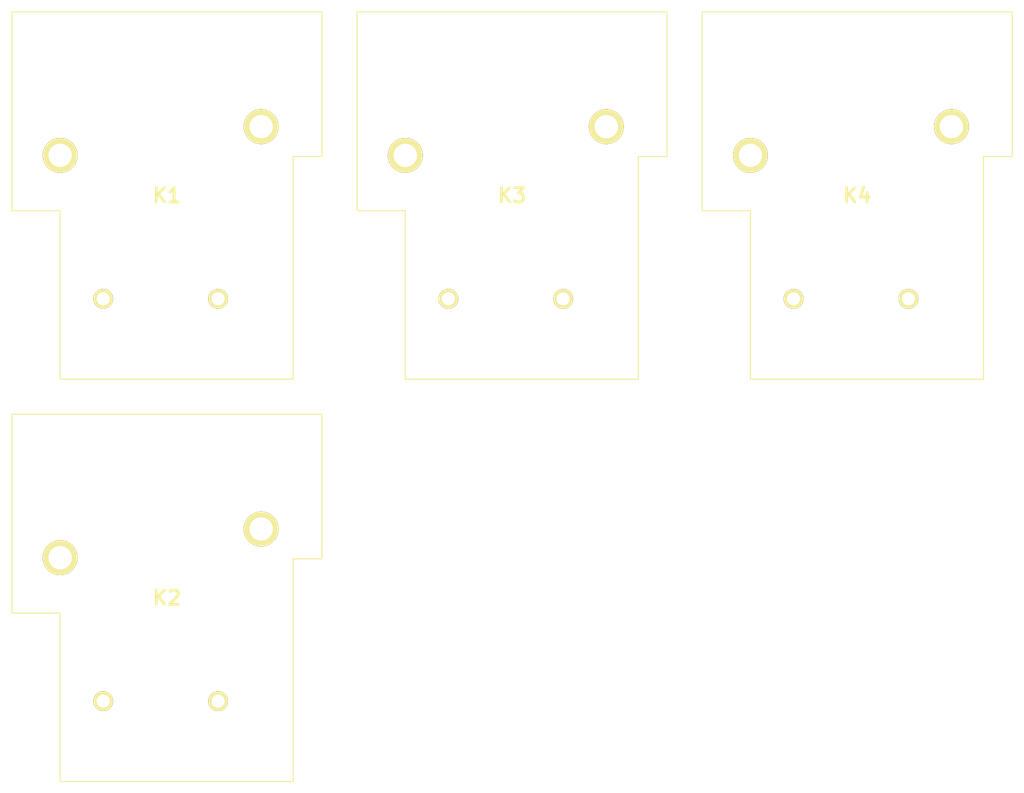
<source format=kicad_pcb>
(kicad_pcb (version 20171130) (host pcbnew 5.1.10-88a1d61d58~90~ubuntu20.04.1)

  (general
    (thickness 1.6)
    (drawings 0)
    (tracks 0)
    (zones 0)
    (modules 4)
    (nets 17)
  )

  (page A4)
  (layers
    (0 F.Cu signal)
    (31 B.Cu signal)
    (32 B.Adhes user)
    (33 F.Adhes user)
    (34 B.Paste user)
    (35 F.Paste user)
    (36 B.SilkS user)
    (37 F.SilkS user)
    (38 B.Mask user)
    (39 F.Mask user)
    (40 Dwgs.User user)
    (41 Cmts.User user)
    (42 Eco1.User user)
    (43 Eco2.User user)
    (44 Edge.Cuts user)
    (45 Margin user)
    (46 B.CrtYd user)
    (47 F.CrtYd user)
    (48 B.Fab user)
    (49 F.Fab user)
  )

  (setup
    (last_trace_width 0.25)
    (trace_clearance 0.2)
    (zone_clearance 0.508)
    (zone_45_only no)
    (trace_min 0.2)
    (via_size 0.8)
    (via_drill 0.4)
    (via_min_size 0.4)
    (via_min_drill 0.3)
    (uvia_size 0.3)
    (uvia_drill 0.1)
    (uvias_allowed no)
    (uvia_min_size 0.2)
    (uvia_min_drill 0.1)
    (edge_width 0.05)
    (segment_width 0.2)
    (pcb_text_width 0.3)
    (pcb_text_size 1.5 1.5)
    (mod_edge_width 0.12)
    (mod_text_size 1 1)
    (mod_text_width 0.15)
    (pad_size 1.524 1.524)
    (pad_drill 0.762)
    (pad_to_mask_clearance 0)
    (aux_axis_origin 0 0)
    (visible_elements FFFFFF7F)
    (pcbplotparams
      (layerselection 0x010fc_ffffffff)
      (usegerberextensions false)
      (usegerberattributes true)
      (usegerberadvancedattributes true)
      (creategerberjobfile true)
      (excludeedgelayer true)
      (linewidth 0.100000)
      (plotframeref false)
      (viasonmask false)
      (mode 1)
      (useauxorigin false)
      (hpglpennumber 1)
      (hpglpenspeed 20)
      (hpglpendiameter 15.000000)
      (psnegative false)
      (psa4output false)
      (plotreference true)
      (plotvalue true)
      (plotinvisibletext false)
      (padsonsilk false)
      (subtractmaskfromsilk false)
      (outputformat 1)
      (mirror false)
      (drillshape 1)
      (scaleselection 1)
      (outputdirectory ""))
  )

  (net 0 "")
  (net 1 "Net-(K1-Pad4)")
  (net 2 "Net-(K1-Pad3)")
  (net 3 "Net-(K1-Pad2)")
  (net 4 "Net-(K1-Pad1)")
  (net 5 "Net-(K2-Pad4)")
  (net 6 "Net-(K2-Pad3)")
  (net 7 "Net-(K2-Pad2)")
  (net 8 "Net-(K2-Pad1)")
  (net 9 "Net-(K3-Pad4)")
  (net 10 "Net-(K3-Pad3)")
  (net 11 "Net-(K3-Pad2)")
  (net 12 "Net-(K3-Pad1)")
  (net 13 "Net-(K4-Pad4)")
  (net 14 "Net-(K4-Pad3)")
  (net 15 "Net-(K4-Pad2)")
  (net 16 "Net-(K4-Pad1)")

  (net_class Default "This is the default net class."
    (clearance 0.2)
    (trace_width 0.25)
    (via_dia 0.8)
    (via_drill 0.4)
    (uvia_dia 0.3)
    (uvia_drill 0.1)
    (add_net "Net-(K1-Pad1)")
    (add_net "Net-(K1-Pad2)")
    (add_net "Net-(K1-Pad3)")
    (add_net "Net-(K1-Pad4)")
    (add_net "Net-(K2-Pad1)")
    (add_net "Net-(K2-Pad2)")
    (add_net "Net-(K2-Pad3)")
    (add_net "Net-(K2-Pad4)")
    (add_net "Net-(K3-Pad1)")
    (add_net "Net-(K3-Pad2)")
    (add_net "Net-(K3-Pad3)")
    (add_net "Net-(K3-Pad4)")
    (add_net "Net-(K4-Pad1)")
    (add_net "Net-(K4-Pad2)")
    (add_net "Net-(K4-Pad3)")
    (add_net "Net-(K4-Pad4)")
  )

  (module T9AS1D12-5:T9AS1D125 (layer F.Cu) (tedit 61585C80) (tstamp 6158BDCC)
    (at 165.2 63.5)
    (descr T9AS1D12-5-2)
    (tags "Relay or Contactor")
    (path /61587331)
    (fp_text reference K4 (at -4.525 -9.145) (layer F.SilkS)
      (effects (font (size 1.27 1.27) (thickness 0.254)))
    )
    (fp_text value T9AS1D12-5 (at -4.525 -9.145) (layer F.SilkS) hide
      (effects (font (size 1.27 1.27) (thickness 0.254)))
    )
    (fp_line (start -18.24 -25.4) (end 9.19 -25.4) (layer F.SilkS) (width 0.1))
    (fp_line (start -18.24 -7.8) (end -18.24 -25.4) (layer F.SilkS) (width 0.1))
    (fp_line (start -13.97 -7.8) (end -18.24 -7.8) (layer F.SilkS) (width 0.1))
    (fp_line (start -13.97 7.11) (end -13.97 -7.8) (layer F.SilkS) (width 0.1))
    (fp_line (start 6.65 7.11) (end -13.97 7.11) (layer F.SilkS) (width 0.1))
    (fp_line (start 6.65 -12.6) (end 6.65 7.11) (layer F.SilkS) (width 0.1))
    (fp_line (start 9.19 -12.6) (end 6.65 -12.6) (layer F.SilkS) (width 0.1))
    (fp_line (start 9.19 -25.4) (end 9.19 -12.6) (layer F.SilkS) (width 0.1))
    (fp_line (start -18.24 -25.4) (end 9.19 -25.4) (layer Dwgs.User) (width 0.2))
    (fp_line (start -18.24 -7.8) (end -18.24 -25.4) (layer Dwgs.User) (width 0.2))
    (fp_line (start -13.97 -7.8) (end -18.24 -7.8) (layer Dwgs.User) (width 0.2))
    (fp_line (start -13.97 7.11) (end -13.97 -7.8) (layer Dwgs.User) (width 0.2))
    (fp_line (start 6.65 7.11) (end -13.97 7.11) (layer Dwgs.User) (width 0.2))
    (fp_line (start 6.65 -12.6) (end 6.65 7.11) (layer Dwgs.User) (width 0.2))
    (fp_line (start 9.19 -12.6) (end 6.65 -12.6) (layer Dwgs.User) (width 0.2))
    (fp_line (start 9.19 -25.4) (end 9.19 -12.6) (layer Dwgs.User) (width 0.2))
    (fp_line (start 10.19 8.11) (end 10.19 -26.4) (layer Dwgs.User) (width 0.1))
    (fp_line (start -19.24 8.11) (end 10.19 8.11) (layer Dwgs.User) (width 0.1))
    (fp_line (start -19.24 -26.4) (end -19.24 8.11) (layer Dwgs.User) (width 0.1))
    (fp_line (start 10.19 -26.4) (end -19.24 -26.4) (layer Dwgs.User) (width 0.1))
    (pad 4 thru_hole circle (at 3.81 -15.24 90) (size 3.09 3.09) (drill 2.06) (layers *.Cu *.Mask F.SilkS)
      (net 13 "Net-(K4-Pad4)"))
    (pad 3 thru_hole circle (at -13.97 -12.7 90) (size 3.09 3.09) (drill 2.06) (layers *.Cu *.Mask F.SilkS)
      (net 14 "Net-(K4-Pad3)"))
    (pad 2 thru_hole circle (at -10.16 0 90) (size 1.755 1.755) (drill 1.17) (layers *.Cu *.Mask F.SilkS)
      (net 15 "Net-(K4-Pad2)"))
    (pad 1 thru_hole circle (at 0 0 90) (size 1.755 1.755) (drill 1.17) (layers *.Cu *.Mask F.SilkS)
      (net 16 "Net-(K4-Pad1)"))
  )

  (module T9AS1D12-5:T9AS1D125 (layer F.Cu) (tedit 61585C80) (tstamp 6158BDB0)
    (at 134.67 63.5)
    (descr T9AS1D12-5-2)
    (tags "Relay or Contactor")
    (path /61586E92)
    (fp_text reference K3 (at -4.525 -9.145) (layer F.SilkS)
      (effects (font (size 1.27 1.27) (thickness 0.254)))
    )
    (fp_text value T9AS1D12-5 (at -4.525 -9.145) (layer F.SilkS) hide
      (effects (font (size 1.27 1.27) (thickness 0.254)))
    )
    (fp_line (start -18.24 -25.4) (end 9.19 -25.4) (layer F.SilkS) (width 0.1))
    (fp_line (start -18.24 -7.8) (end -18.24 -25.4) (layer F.SilkS) (width 0.1))
    (fp_line (start -13.97 -7.8) (end -18.24 -7.8) (layer F.SilkS) (width 0.1))
    (fp_line (start -13.97 7.11) (end -13.97 -7.8) (layer F.SilkS) (width 0.1))
    (fp_line (start 6.65 7.11) (end -13.97 7.11) (layer F.SilkS) (width 0.1))
    (fp_line (start 6.65 -12.6) (end 6.65 7.11) (layer F.SilkS) (width 0.1))
    (fp_line (start 9.19 -12.6) (end 6.65 -12.6) (layer F.SilkS) (width 0.1))
    (fp_line (start 9.19 -25.4) (end 9.19 -12.6) (layer F.SilkS) (width 0.1))
    (fp_line (start -18.24 -25.4) (end 9.19 -25.4) (layer Dwgs.User) (width 0.2))
    (fp_line (start -18.24 -7.8) (end -18.24 -25.4) (layer Dwgs.User) (width 0.2))
    (fp_line (start -13.97 -7.8) (end -18.24 -7.8) (layer Dwgs.User) (width 0.2))
    (fp_line (start -13.97 7.11) (end -13.97 -7.8) (layer Dwgs.User) (width 0.2))
    (fp_line (start 6.65 7.11) (end -13.97 7.11) (layer Dwgs.User) (width 0.2))
    (fp_line (start 6.65 -12.6) (end 6.65 7.11) (layer Dwgs.User) (width 0.2))
    (fp_line (start 9.19 -12.6) (end 6.65 -12.6) (layer Dwgs.User) (width 0.2))
    (fp_line (start 9.19 -25.4) (end 9.19 -12.6) (layer Dwgs.User) (width 0.2))
    (fp_line (start 10.19 8.11) (end 10.19 -26.4) (layer Dwgs.User) (width 0.1))
    (fp_line (start -19.24 8.11) (end 10.19 8.11) (layer Dwgs.User) (width 0.1))
    (fp_line (start -19.24 -26.4) (end -19.24 8.11) (layer Dwgs.User) (width 0.1))
    (fp_line (start 10.19 -26.4) (end -19.24 -26.4) (layer Dwgs.User) (width 0.1))
    (pad 4 thru_hole circle (at 3.81 -15.24 90) (size 3.09 3.09) (drill 2.06) (layers *.Cu *.Mask F.SilkS)
      (net 9 "Net-(K3-Pad4)"))
    (pad 3 thru_hole circle (at -13.97 -12.7 90) (size 3.09 3.09) (drill 2.06) (layers *.Cu *.Mask F.SilkS)
      (net 10 "Net-(K3-Pad3)"))
    (pad 2 thru_hole circle (at -10.16 0 90) (size 1.755 1.755) (drill 1.17) (layers *.Cu *.Mask F.SilkS)
      (net 11 "Net-(K3-Pad2)"))
    (pad 1 thru_hole circle (at 0 0 90) (size 1.755 1.755) (drill 1.17) (layers *.Cu *.Mask F.SilkS)
      (net 12 "Net-(K3-Pad1)"))
  )

  (module T9AS1D12-5:T9AS1D125 (layer F.Cu) (tedit 61585C80) (tstamp 6158BD94)
    (at 104.14 99.11)
    (descr T9AS1D12-5-2)
    (tags "Relay or Contactor")
    (path /615869C1)
    (fp_text reference K2 (at -4.525 -9.145) (layer F.SilkS)
      (effects (font (size 1.27 1.27) (thickness 0.254)))
    )
    (fp_text value T9AS1D12-5 (at -4.525 -9.145) (layer F.SilkS) hide
      (effects (font (size 1.27 1.27) (thickness 0.254)))
    )
    (fp_line (start -18.24 -25.4) (end 9.19 -25.4) (layer F.SilkS) (width 0.1))
    (fp_line (start -18.24 -7.8) (end -18.24 -25.4) (layer F.SilkS) (width 0.1))
    (fp_line (start -13.97 -7.8) (end -18.24 -7.8) (layer F.SilkS) (width 0.1))
    (fp_line (start -13.97 7.11) (end -13.97 -7.8) (layer F.SilkS) (width 0.1))
    (fp_line (start 6.65 7.11) (end -13.97 7.11) (layer F.SilkS) (width 0.1))
    (fp_line (start 6.65 -12.6) (end 6.65 7.11) (layer F.SilkS) (width 0.1))
    (fp_line (start 9.19 -12.6) (end 6.65 -12.6) (layer F.SilkS) (width 0.1))
    (fp_line (start 9.19 -25.4) (end 9.19 -12.6) (layer F.SilkS) (width 0.1))
    (fp_line (start -18.24 -25.4) (end 9.19 -25.4) (layer Dwgs.User) (width 0.2))
    (fp_line (start -18.24 -7.8) (end -18.24 -25.4) (layer Dwgs.User) (width 0.2))
    (fp_line (start -13.97 -7.8) (end -18.24 -7.8) (layer Dwgs.User) (width 0.2))
    (fp_line (start -13.97 7.11) (end -13.97 -7.8) (layer Dwgs.User) (width 0.2))
    (fp_line (start 6.65 7.11) (end -13.97 7.11) (layer Dwgs.User) (width 0.2))
    (fp_line (start 6.65 -12.6) (end 6.65 7.11) (layer Dwgs.User) (width 0.2))
    (fp_line (start 9.19 -12.6) (end 6.65 -12.6) (layer Dwgs.User) (width 0.2))
    (fp_line (start 9.19 -25.4) (end 9.19 -12.6) (layer Dwgs.User) (width 0.2))
    (fp_line (start 10.19 8.11) (end 10.19 -26.4) (layer Dwgs.User) (width 0.1))
    (fp_line (start -19.24 8.11) (end 10.19 8.11) (layer Dwgs.User) (width 0.1))
    (fp_line (start -19.24 -26.4) (end -19.24 8.11) (layer Dwgs.User) (width 0.1))
    (fp_line (start 10.19 -26.4) (end -19.24 -26.4) (layer Dwgs.User) (width 0.1))
    (pad 4 thru_hole circle (at 3.81 -15.24 90) (size 3.09 3.09) (drill 2.06) (layers *.Cu *.Mask F.SilkS)
      (net 5 "Net-(K2-Pad4)"))
    (pad 3 thru_hole circle (at -13.97 -12.7 90) (size 3.09 3.09) (drill 2.06) (layers *.Cu *.Mask F.SilkS)
      (net 6 "Net-(K2-Pad3)"))
    (pad 2 thru_hole circle (at -10.16 0 90) (size 1.755 1.755) (drill 1.17) (layers *.Cu *.Mask F.SilkS)
      (net 7 "Net-(K2-Pad2)"))
    (pad 1 thru_hole circle (at 0 0 90) (size 1.755 1.755) (drill 1.17) (layers *.Cu *.Mask F.SilkS)
      (net 8 "Net-(K2-Pad1)"))
  )

  (module T9AS1D12-5:T9AS1D125 (layer F.Cu) (tedit 61585C80) (tstamp 6158BD78)
    (at 104.14 63.5)
    (descr T9AS1D12-5-2)
    (tags "Relay or Contactor")
    (path /6158626A)
    (fp_text reference K1 (at -4.525 -9.145) (layer F.SilkS)
      (effects (font (size 1.27 1.27) (thickness 0.254)))
    )
    (fp_text value T9AS1D12-5 (at -4.525 -9.145) (layer F.SilkS) hide
      (effects (font (size 1.27 1.27) (thickness 0.254)))
    )
    (fp_line (start -18.24 -25.4) (end 9.19 -25.4) (layer F.SilkS) (width 0.1))
    (fp_line (start -18.24 -7.8) (end -18.24 -25.4) (layer F.SilkS) (width 0.1))
    (fp_line (start -13.97 -7.8) (end -18.24 -7.8) (layer F.SilkS) (width 0.1))
    (fp_line (start -13.97 7.11) (end -13.97 -7.8) (layer F.SilkS) (width 0.1))
    (fp_line (start 6.65 7.11) (end -13.97 7.11) (layer F.SilkS) (width 0.1))
    (fp_line (start 6.65 -12.6) (end 6.65 7.11) (layer F.SilkS) (width 0.1))
    (fp_line (start 9.19 -12.6) (end 6.65 -12.6) (layer F.SilkS) (width 0.1))
    (fp_line (start 9.19 -25.4) (end 9.19 -12.6) (layer F.SilkS) (width 0.1))
    (fp_line (start -18.24 -25.4) (end 9.19 -25.4) (layer Dwgs.User) (width 0.2))
    (fp_line (start -18.24 -7.8) (end -18.24 -25.4) (layer Dwgs.User) (width 0.2))
    (fp_line (start -13.97 -7.8) (end -18.24 -7.8) (layer Dwgs.User) (width 0.2))
    (fp_line (start -13.97 7.11) (end -13.97 -7.8) (layer Dwgs.User) (width 0.2))
    (fp_line (start 6.65 7.11) (end -13.97 7.11) (layer Dwgs.User) (width 0.2))
    (fp_line (start 6.65 -12.6) (end 6.65 7.11) (layer Dwgs.User) (width 0.2))
    (fp_line (start 9.19 -12.6) (end 6.65 -12.6) (layer Dwgs.User) (width 0.2))
    (fp_line (start 9.19 -25.4) (end 9.19 -12.6) (layer Dwgs.User) (width 0.2))
    (fp_line (start 10.19 8.11) (end 10.19 -26.4) (layer Dwgs.User) (width 0.1))
    (fp_line (start -19.24 8.11) (end 10.19 8.11) (layer Dwgs.User) (width 0.1))
    (fp_line (start -19.24 -26.4) (end -19.24 8.11) (layer Dwgs.User) (width 0.1))
    (fp_line (start 10.19 -26.4) (end -19.24 -26.4) (layer Dwgs.User) (width 0.1))
    (pad 4 thru_hole circle (at 3.81 -15.24 90) (size 3.09 3.09) (drill 2.06) (layers *.Cu *.Mask F.SilkS)
      (net 1 "Net-(K1-Pad4)"))
    (pad 3 thru_hole circle (at -13.97 -12.7 90) (size 3.09 3.09) (drill 2.06) (layers *.Cu *.Mask F.SilkS)
      (net 2 "Net-(K1-Pad3)"))
    (pad 2 thru_hole circle (at -10.16 0 90) (size 1.755 1.755) (drill 1.17) (layers *.Cu *.Mask F.SilkS)
      (net 3 "Net-(K1-Pad2)"))
    (pad 1 thru_hole circle (at 0 0 90) (size 1.755 1.755) (drill 1.17) (layers *.Cu *.Mask F.SilkS)
      (net 4 "Net-(K1-Pad1)"))
  )

)

</source>
